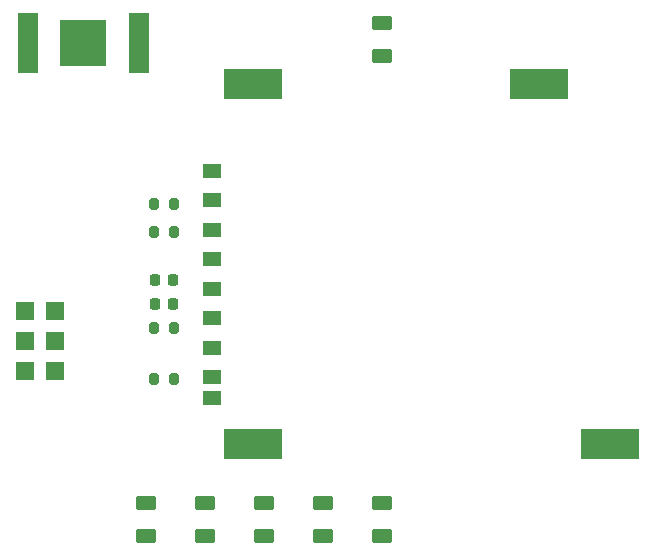
<source format=gbr>
%TF.GenerationSoftware,KiCad,Pcbnew,6.0.4-6f826c9f35~116~ubuntu20.04.1*%
%TF.CreationDate,2022-07-18T18:07:02+00:00*%
%TF.ProjectId,USTSIPIN02A,55535453-4950-4494-9e30-32412e6b6963,02A*%
%TF.SameCoordinates,Original*%
%TF.FileFunction,Paste,Top*%
%TF.FilePolarity,Positive*%
%FSLAX46Y46*%
G04 Gerber Fmt 4.6, Leading zero omitted, Abs format (unit mm)*
G04 Created by KiCad (PCBNEW 6.0.4-6f826c9f35~116~ubuntu20.04.1) date 2022-07-18 18:07:02*
%MOMM*%
%LPD*%
G01*
G04 APERTURE LIST*
G04 Aperture macros list*
%AMRoundRect*
0 Rectangle with rounded corners*
0 $1 Rounding radius*
0 $2 $3 $4 $5 $6 $7 $8 $9 X,Y pos of 4 corners*
0 Add a 4 corners polygon primitive as box body*
4,1,4,$2,$3,$4,$5,$6,$7,$8,$9,$2,$3,0*
0 Add four circle primitives for the rounded corners*
1,1,$1+$1,$2,$3*
1,1,$1+$1,$4,$5*
1,1,$1+$1,$6,$7*
1,1,$1+$1,$8,$9*
0 Add four rect primitives between the rounded corners*
20,1,$1+$1,$2,$3,$4,$5,0*
20,1,$1+$1,$4,$5,$6,$7,0*
20,1,$1+$1,$6,$7,$8,$9,0*
20,1,$1+$1,$8,$9,$2,$3,0*%
G04 Aperture macros list end*
%ADD10R,1.524000X1.524000*%
%ADD11RoundRect,0.200000X-0.200000X-0.275000X0.200000X-0.275000X0.200000X0.275000X-0.200000X0.275000X0*%
%ADD12RoundRect,0.250000X-0.625000X0.375000X-0.625000X-0.375000X0.625000X-0.375000X0.625000X0.375000X0*%
%ADD13RoundRect,0.225000X0.225000X0.250000X-0.225000X0.250000X-0.225000X-0.250000X0.225000X-0.250000X0*%
%ADD14R,1.780000X5.080000*%
%ADD15R,3.960000X3.960000*%
%ADD16R,1.600000X1.200000*%
%ADD17R,5.000000X2.500000*%
G04 APERTURE END LIST*
D10*
%TO.C,J22*%
X140296341Y-106682927D03*
X137756341Y-106682927D03*
X140296341Y-104142927D03*
X137756341Y-104142927D03*
X140296341Y-101602927D03*
X137756341Y-101602927D03*
%TD*%
D11*
%TO.C,R17*%
X148747341Y-92542927D03*
X150397341Y-92542927D03*
%TD*%
%TO.C,R25*%
X148747341Y-107378927D03*
X150397341Y-107378927D03*
%TD*%
D12*
%TO.C,D9*%
X153026341Y-117916927D03*
X153026341Y-120716927D03*
%TD*%
D11*
%TO.C,R24*%
X148747341Y-103060927D03*
X150397341Y-103060927D03*
%TD*%
D12*
%TO.C,D7*%
X148026341Y-117916927D03*
X148026341Y-120716927D03*
%TD*%
D13*
%TO.C,C25*%
X150347341Y-98996927D03*
X148797341Y-98996927D03*
%TD*%
D12*
%TO.C,D4*%
X163026341Y-117916927D03*
X163026341Y-120716927D03*
%TD*%
D13*
%TO.C,C22*%
X150347341Y-101028927D03*
X148797341Y-101028927D03*
%TD*%
D12*
%TO.C,D3*%
X168026341Y-117916927D03*
X168026341Y-120716927D03*
%TD*%
%TO.C,D10*%
X168026341Y-77276927D03*
X168026341Y-80076927D03*
%TD*%
D11*
%TO.C,R18*%
X148747341Y-94932927D03*
X150397341Y-94932927D03*
%TD*%
D14*
%TO.C,BT1*%
X138014341Y-78930927D03*
X147414341Y-78930927D03*
D15*
X142714341Y-78930927D03*
%TD*%
D16*
%TO.C,J2*%
X153622341Y-92256927D03*
X153622341Y-94756927D03*
X153622341Y-97256927D03*
X153622341Y-99756927D03*
X153622341Y-102256927D03*
X153622341Y-104756927D03*
X153622341Y-107186927D03*
X153622341Y-108986927D03*
X153622341Y-89756927D03*
D17*
X157122341Y-82421927D03*
X157122341Y-112871927D03*
X181322341Y-82421927D03*
X187322341Y-112871927D03*
%TD*%
D12*
%TO.C,D8*%
X158026341Y-117916927D03*
X158026341Y-120716927D03*
%TD*%
M02*

</source>
